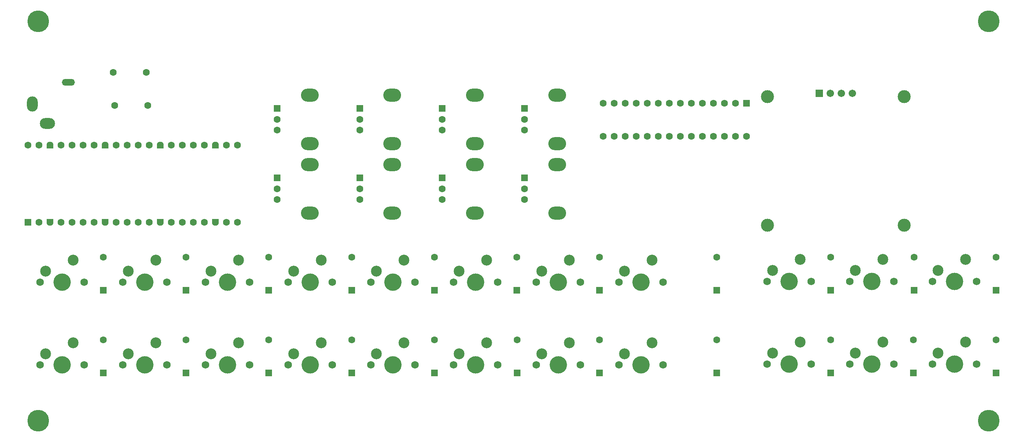
<source format=gbr>
%TF.GenerationSoftware,KiCad,Pcbnew,9.0.4-1.fc42*%
%TF.CreationDate,2025-11-01T05:47:49+00:00*%
%TF.ProjectId,dna,646e612e-6b69-4636-9164-5f7063625858,rev?*%
%TF.SameCoordinates,Original*%
%TF.FileFunction,Soldermask,Bot*%
%TF.FilePolarity,Negative*%
%FSLAX46Y46*%
G04 Gerber Fmt 4.6, Leading zero omitted, Abs format (unit mm)*
G04 Created by KiCad (PCBNEW 9.0.4-1.fc42) date 2025-11-01 05:47:49*
%MOMM*%
%LPD*%
G01*
G04 APERTURE LIST*
G04 Aperture macros list*
%AMRoundRect*
0 Rectangle with rounded corners*
0 $1 Rounding radius*
0 $2 $3 $4 $5 $6 $7 $8 $9 X,Y pos of 4 corners*
0 Add a 4 corners polygon primitive as box body*
4,1,4,$2,$3,$4,$5,$6,$7,$8,$9,$2,$3,0*
0 Add four circle primitives for the rounded corners*
1,1,$1+$1,$2,$3*
1,1,$1+$1,$4,$5*
1,1,$1+$1,$6,$7*
1,1,$1+$1,$8,$9*
0 Add four rect primitives between the rounded corners*
20,1,$1+$1,$2,$3,$4,$5,0*
20,1,$1+$1,$4,$5,$6,$7,0*
20,1,$1+$1,$6,$7,$8,$9,0*
20,1,$1+$1,$8,$9,$2,$3,0*%
%AMFreePoly0*
4,1,37,0.603843,0.796157,0.639018,0.796157,0.711114,0.766294,0.766294,0.711114,0.796157,0.639018,0.796157,0.603843,0.800000,0.600000,0.800000,-0.600000,0.796157,-0.603843,0.796157,-0.639018,0.766294,-0.711114,0.711114,-0.766294,0.639018,-0.796157,0.603843,-0.796157,0.600000,-0.800000,0.000000,-0.800000,0.000000,-0.796148,-0.078414,-0.796148,-0.232228,-0.765552,-0.377117,-0.705537,
-0.507515,-0.618408,-0.618408,-0.507515,-0.705537,-0.377117,-0.765552,-0.232228,-0.796148,-0.078414,-0.796148,0.078414,-0.765552,0.232228,-0.705537,0.377117,-0.618408,0.507515,-0.507515,0.618408,-0.377117,0.705537,-0.232228,0.765552,-0.078414,0.796148,0.000000,0.796148,0.000000,0.800000,0.600000,0.800000,0.603843,0.796157,0.603843,0.796157,$1*%
%AMFreePoly1*
4,1,37,0.000000,0.796148,0.078414,0.796148,0.232228,0.765552,0.377117,0.705537,0.507515,0.618408,0.618408,0.507515,0.705537,0.377117,0.765552,0.232228,0.796148,0.078414,0.796148,-0.078414,0.765552,-0.232228,0.705537,-0.377117,0.618408,-0.507515,0.507515,-0.618408,0.377117,-0.705537,0.232228,-0.765552,0.078414,-0.796148,0.000000,-0.796148,0.000000,-0.800000,-0.600000,-0.800000,
-0.603843,-0.796157,-0.639018,-0.796157,-0.711114,-0.766294,-0.766294,-0.711114,-0.796157,-0.639018,-0.796157,-0.603843,-0.800000,-0.600000,-0.800000,0.600000,-0.796157,0.603843,-0.796157,0.639018,-0.766294,0.711114,-0.711114,0.766294,-0.639018,0.796157,-0.603843,0.796157,-0.600000,0.800000,0.000000,0.800000,0.000000,0.796148,0.000000,0.796148,$1*%
G04 Aperture macros list end*
%ADD10C,3.000000*%
%ADD11RoundRect,0.102000X-0.754000X-0.754000X0.754000X-0.754000X0.754000X0.754000X-0.754000X0.754000X0*%
%ADD12C,1.712000*%
%ADD13RoundRect,0.200000X0.600000X-0.600000X0.600000X0.600000X-0.600000X0.600000X-0.600000X-0.600000X0*%
%ADD14C,1.600000*%
%ADD15FreePoly0,90.000000*%
%ADD16FreePoly1,90.000000*%
%ADD17C,1.750000*%
%ADD18C,4.000000*%
%ADD19C,2.500000*%
%ADD20RoundRect,0.250000X-0.550000X-0.550000X0.550000X-0.550000X0.550000X0.550000X-0.550000X0.550000X0*%
%ADD21O,4.100000X3.000000*%
%ADD22O,3.000000X1.500000*%
%ADD23O,2.500000X3.500000*%
%ADD24O,3.500000X2.500000*%
%ADD25C,5.000000*%
%ADD26RoundRect,0.250000X-0.550000X0.550000X-0.550000X-0.550000X0.550000X-0.550000X0.550000X0.550000X0*%
%ADD27RoundRect,0.250000X0.550000X-0.550000X0.550000X0.550000X-0.550000X0.550000X-0.550000X-0.550000X0*%
G04 APERTURE END LIST*
D10*
%TO.C,DS1*%
X208500000Y-40300000D03*
X208500000Y-70000000D03*
X240000000Y-40300000D03*
X240000000Y-70000000D03*
D11*
X220440000Y-39600000D03*
D12*
X222980000Y-39600000D03*
X225520000Y-39600000D03*
X228060000Y-39600000D03*
%TD*%
D13*
%TO.C,A1*%
X38150000Y-69291250D03*
D14*
X40690000Y-69291250D03*
D15*
X43230000Y-69291250D03*
D14*
X45770000Y-69291250D03*
X48310000Y-69291250D03*
X50850000Y-69291250D03*
X53390000Y-69291250D03*
D15*
X55930000Y-69291250D03*
D14*
X58470000Y-69291250D03*
X61010000Y-69291250D03*
X63550000Y-69291250D03*
X66090000Y-69291250D03*
D15*
X68630000Y-69291250D03*
D14*
X71170000Y-69291250D03*
X73710000Y-69291250D03*
X76250000Y-69291250D03*
X78790000Y-69291250D03*
D15*
X81330000Y-69291250D03*
D14*
X83870000Y-69291250D03*
X86410000Y-69291250D03*
X86410000Y-51511250D03*
X83870000Y-51511250D03*
D16*
X81330000Y-51511250D03*
D14*
X78790000Y-51511250D03*
X76250000Y-51511250D03*
X73710000Y-51511250D03*
X71170000Y-51511250D03*
D16*
X68630000Y-51511250D03*
D14*
X66090000Y-51511250D03*
X63550000Y-51511250D03*
X61010000Y-51511250D03*
X58470000Y-51511250D03*
D16*
X55930000Y-51511250D03*
D14*
X53390000Y-51511250D03*
X50850000Y-51511250D03*
X48310000Y-51511250D03*
X45770000Y-51511250D03*
D16*
X43230000Y-51511250D03*
D14*
X40690000Y-51511250D03*
X38150000Y-51511250D03*
%TD*%
D17*
%TO.C,MX16*%
X117153750Y-102106250D03*
D18*
X122233750Y-102106250D03*
D17*
X127313750Y-102106250D03*
D19*
X118423750Y-99566250D03*
X124773750Y-97026250D03*
%TD*%
D20*
%TO.C,SW4*%
X152590900Y-43076500D03*
D14*
X152590900Y-48076500D03*
X152590900Y-45576500D03*
D21*
X160090900Y-39976500D03*
X160090900Y-51176500D03*
%TD*%
D22*
%TO.C,J1*%
X47450000Y-37000000D03*
D23*
X39150000Y-42000000D03*
D24*
X42650000Y-46500000D03*
%TD*%
D25*
%TO.C,REF\u002A\u002A*%
X259500000Y-115000000D03*
%TD*%
D17*
%TO.C,MX6*%
X136203750Y-83056250D03*
D18*
X141283750Y-83056250D03*
D17*
X146363750Y-83056250D03*
D19*
X137473750Y-80516250D03*
X143823750Y-77976250D03*
%TD*%
D20*
%TO.C,SW8*%
X152590900Y-59076500D03*
D14*
X152590900Y-64076500D03*
X152590900Y-61576500D03*
D21*
X160090900Y-55976500D03*
X160090900Y-67176500D03*
%TD*%
D17*
%TO.C,MX15*%
X98103750Y-102106250D03*
D18*
X103183750Y-102106250D03*
D17*
X108263750Y-102106250D03*
D19*
X99373750Y-99566250D03*
X105723750Y-97026250D03*
%TD*%
D17*
%TO.C,MX1*%
X40953750Y-83056250D03*
D18*
X46033750Y-83056250D03*
D17*
X51113750Y-83056250D03*
D19*
X42223750Y-80516250D03*
X48573750Y-77976250D03*
%TD*%
D17*
%TO.C,MX10*%
X227450000Y-82950000D03*
D18*
X232530000Y-82950000D03*
D17*
X237610000Y-82950000D03*
D19*
X228720000Y-80410000D03*
X235070000Y-77870000D03*
%TD*%
D14*
%TO.C,R2*%
X57850000Y-34772500D03*
X65470000Y-34772500D03*
%TD*%
D17*
%TO.C,MX13*%
X60003750Y-102106250D03*
D18*
X65083750Y-102106250D03*
D17*
X70163750Y-102106250D03*
D19*
X61273750Y-99566250D03*
X67623750Y-97026250D03*
%TD*%
D14*
%TO.C,R1*%
X58137500Y-42372500D03*
X65757500Y-42372500D03*
%TD*%
D25*
%TO.C,REF\u002A\u002A*%
X259500000Y-23000000D03*
%TD*%
D17*
%TO.C,MX18*%
X155253750Y-102106250D03*
D18*
X160333750Y-102106250D03*
D17*
X165413750Y-102106250D03*
D19*
X156523750Y-99566250D03*
X162873750Y-97026250D03*
%TD*%
D17*
%TO.C,MX5*%
X117153750Y-83056250D03*
D18*
X122233750Y-83056250D03*
D17*
X127313750Y-83056250D03*
D19*
X118423750Y-80516250D03*
X124773750Y-77976250D03*
%TD*%
D17*
%TO.C,MX8*%
X174303750Y-83056250D03*
D18*
X179383750Y-83056250D03*
D17*
X184463750Y-83056250D03*
D19*
X175573750Y-80516250D03*
X181923750Y-77976250D03*
%TD*%
D20*
%TO.C,SW1*%
X95590900Y-43076500D03*
D14*
X95590900Y-48076500D03*
X95590900Y-45576500D03*
D21*
X103090900Y-39976500D03*
X103090900Y-51176500D03*
%TD*%
D17*
%TO.C,MX17*%
X136203750Y-102106250D03*
D18*
X141283750Y-102106250D03*
D17*
X146363750Y-102106250D03*
D19*
X137473750Y-99566250D03*
X143823750Y-97026250D03*
%TD*%
D20*
%TO.C,SW2*%
X114590900Y-43076500D03*
D14*
X114590900Y-48076500D03*
X114590900Y-45576500D03*
D21*
X122090900Y-39976500D03*
X122090900Y-51176500D03*
%TD*%
D20*
%TO.C,SW5*%
X95590900Y-59076500D03*
D14*
X95590900Y-64076500D03*
X95590900Y-61576500D03*
D21*
X103090900Y-55976500D03*
X103090900Y-67176500D03*
%TD*%
D25*
%TO.C,REF\u002A\u002A*%
X40500000Y-115000000D03*
%TD*%
D17*
%TO.C,MX20*%
X208400000Y-102000000D03*
D18*
X213480000Y-102000000D03*
D17*
X218560000Y-102000000D03*
D19*
X209670000Y-99460000D03*
X216020000Y-96920000D03*
%TD*%
D20*
%TO.C,SW6*%
X114590900Y-59076500D03*
D14*
X114590900Y-64076500D03*
X114590900Y-61576500D03*
D21*
X122090900Y-55976500D03*
X122090900Y-67176500D03*
%TD*%
D17*
%TO.C,MX22*%
X246500000Y-102000000D03*
D18*
X251580000Y-102000000D03*
D17*
X256660000Y-102000000D03*
D19*
X247770000Y-99460000D03*
X254120000Y-96920000D03*
%TD*%
D25*
%TO.C,REF\u002A\u002A*%
X40500000Y-23000000D03*
%TD*%
D17*
%TO.C,MX7*%
X155253750Y-83056250D03*
D18*
X160333750Y-83056250D03*
D17*
X165413750Y-83056250D03*
D19*
X156523750Y-80516250D03*
X162873750Y-77976250D03*
%TD*%
D17*
%TO.C,MX14*%
X79053750Y-102106250D03*
D18*
X84133750Y-102106250D03*
D17*
X89213750Y-102106250D03*
D19*
X80323750Y-99566250D03*
X86673750Y-97026250D03*
%TD*%
D17*
%TO.C,MX9*%
X208400000Y-82950000D03*
D18*
X213480000Y-82950000D03*
D17*
X218560000Y-82950000D03*
D19*
X209670000Y-80410000D03*
X216020000Y-77870000D03*
%TD*%
D20*
%TO.C,SW7*%
X133590900Y-59076500D03*
D14*
X133590900Y-64076500D03*
X133590900Y-61576500D03*
D21*
X141090900Y-55976500D03*
X141090900Y-67176500D03*
%TD*%
D17*
%TO.C,MX3*%
X79053750Y-83056250D03*
D18*
X84133750Y-83056250D03*
D17*
X89213750Y-83056250D03*
D19*
X80323750Y-80516250D03*
X86673750Y-77976250D03*
%TD*%
D17*
%TO.C,MX12*%
X40953750Y-102106250D03*
D18*
X46033750Y-102106250D03*
D17*
X51113750Y-102106250D03*
D19*
X42223750Y-99566250D03*
X48573750Y-97026250D03*
%TD*%
D17*
%TO.C,MX4*%
X98103750Y-83056250D03*
D18*
X103183750Y-83056250D03*
D17*
X108263750Y-83056250D03*
D19*
X99373750Y-80516250D03*
X105723750Y-77976250D03*
%TD*%
D17*
%TO.C,MX19*%
X174303750Y-102106250D03*
D18*
X179383750Y-102106250D03*
D17*
X184463750Y-102106250D03*
D19*
X175573750Y-99566250D03*
X181923750Y-97026250D03*
%TD*%
D26*
%TO.C,U1*%
X203700000Y-41900000D03*
D14*
X201160000Y-41900000D03*
X198620000Y-41900000D03*
X196080000Y-41900000D03*
X193540000Y-41900000D03*
X191000000Y-41900000D03*
X188460000Y-41900000D03*
X185920000Y-41900000D03*
X183380000Y-41900000D03*
X180840000Y-41900000D03*
X178300000Y-41900000D03*
X175760000Y-41900000D03*
X173220000Y-41900000D03*
X170680000Y-41900000D03*
X170680000Y-49520000D03*
X173220000Y-49520000D03*
X175760000Y-49520000D03*
X178300000Y-49520000D03*
X180840000Y-49520000D03*
X183380000Y-49520000D03*
X185920000Y-49520000D03*
X188460000Y-49520000D03*
X191000000Y-49520000D03*
X193540000Y-49520000D03*
X196080000Y-49520000D03*
X198620000Y-49520000D03*
X201160000Y-49520000D03*
X203700000Y-49520000D03*
%TD*%
D17*
%TO.C,MX21*%
X227450000Y-102000000D03*
D18*
X232530000Y-102000000D03*
D17*
X237610000Y-102000000D03*
D19*
X228720000Y-99460000D03*
X235070000Y-96920000D03*
%TD*%
D17*
%TO.C,MX11*%
X246500000Y-82950000D03*
D18*
X251580000Y-82950000D03*
D17*
X256660000Y-82950000D03*
D19*
X247770000Y-80410000D03*
X254120000Y-77870000D03*
%TD*%
D20*
%TO.C,SW3*%
X133590900Y-43076500D03*
D14*
X133590900Y-48076500D03*
X133590900Y-45576500D03*
D21*
X141090900Y-39976500D03*
X141090900Y-51176500D03*
%TD*%
D17*
%TO.C,MX2*%
X60003750Y-83056250D03*
D18*
X65083750Y-83056250D03*
D17*
X70163750Y-83056250D03*
D19*
X61273750Y-80516250D03*
X67623750Y-77976250D03*
%TD*%
D27*
%TO.C,D6*%
X150812500Y-84931250D03*
D14*
X150812500Y-77311250D03*
%TD*%
D27*
%TO.C,D18*%
X169862500Y-103981250D03*
D14*
X169862500Y-96361250D03*
%TD*%
D27*
%TO.C,D10*%
X242267500Y-84931250D03*
D14*
X242267500Y-77311250D03*
%TD*%
D27*
%TO.C,D3*%
X93662500Y-84931250D03*
D14*
X93662500Y-77311250D03*
%TD*%
D27*
%TO.C,D16*%
X131812500Y-103981250D03*
D14*
X131812500Y-96361250D03*
%TD*%
D27*
%TO.C,D15*%
X112762500Y-103981250D03*
D14*
X112762500Y-96361250D03*
%TD*%
D27*
%TO.C,D1*%
X55562500Y-84931250D03*
D14*
X55562500Y-77311250D03*
%TD*%
D27*
%TO.C,D5*%
X131812500Y-84931250D03*
D14*
X131812500Y-77311250D03*
%TD*%
D27*
%TO.C,D8*%
X196850000Y-84931250D03*
D14*
X196850000Y-77311250D03*
%TD*%
D27*
%TO.C,D17*%
X150862500Y-103981250D03*
D14*
X150862500Y-96361250D03*
%TD*%
D27*
%TO.C,D19*%
X196850000Y-103981250D03*
D14*
X196850000Y-96361250D03*
%TD*%
D27*
%TO.C,D13*%
X74612500Y-103981250D03*
D14*
X74612500Y-96361250D03*
%TD*%
D27*
%TO.C,D14*%
X93662500Y-103981250D03*
D14*
X93662500Y-96361250D03*
%TD*%
D27*
%TO.C,D7*%
X169862500Y-84931250D03*
D14*
X169862500Y-77311250D03*
%TD*%
D27*
%TO.C,D11*%
X261143750Y-84931250D03*
D14*
X261143750Y-77311250D03*
%TD*%
D27*
%TO.C,D2*%
X74612500Y-84931250D03*
D14*
X74612500Y-77311250D03*
%TD*%
D27*
%TO.C,D21*%
X242093750Y-103981250D03*
D14*
X242093750Y-96361250D03*
%TD*%
D27*
%TO.C,D22*%
X261143750Y-103981250D03*
D14*
X261143750Y-96361250D03*
%TD*%
D27*
%TO.C,D12*%
X55562500Y-103981250D03*
D14*
X55562500Y-96361250D03*
%TD*%
D27*
%TO.C,D9*%
X223043750Y-84931250D03*
D14*
X223043750Y-77311250D03*
%TD*%
D27*
%TO.C,D4*%
X112762500Y-84931250D03*
D14*
X112762500Y-77311250D03*
%TD*%
D27*
%TO.C,D20*%
X223043750Y-103981250D03*
D14*
X223043750Y-96361250D03*
%TD*%
M02*

</source>
